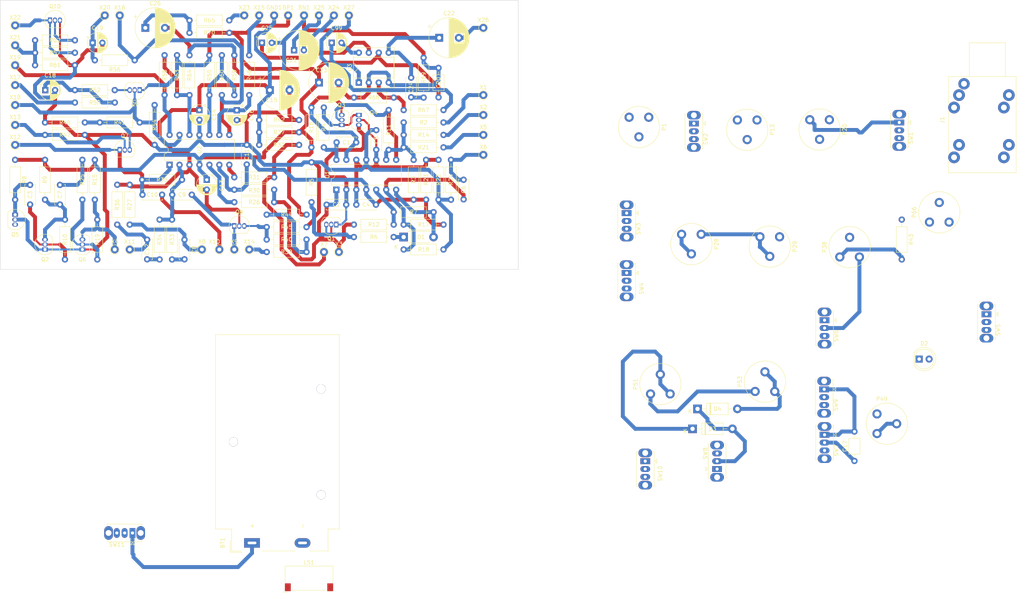
<source format=kicad_pcb>
(kicad_pcb (version 20211014) (generator pcbnew)

  (general
    (thickness 1.6)
  )

  (paper "A4")
  (layers
    (0 "F.Cu" signal)
    (31 "B.Cu" signal)
    (32 "B.Adhes" user "B.Adhesive")
    (33 "F.Adhes" user "F.Adhesive")
    (34 "B.Paste" user)
    (35 "F.Paste" user)
    (36 "B.SilkS" user "B.Silkscreen")
    (37 "F.SilkS" user "F.Silkscreen")
    (38 "B.Mask" user)
    (39 "F.Mask" user)
    (40 "Dwgs.User" user "User.Drawings")
    (41 "Cmts.User" user "User.Comments")
    (42 "Eco1.User" user "User.Eco1")
    (43 "Eco2.User" user "User.Eco2")
    (44 "Edge.Cuts" user)
    (45 "Margin" user)
    (46 "B.CrtYd" user "B.Courtyard")
    (47 "F.CrtYd" user "F.Courtyard")
    (48 "B.Fab" user)
    (49 "F.Fab" user)
  )

  (setup
    (stackup
      (layer "F.SilkS" (type "Top Silk Screen"))
      (layer "F.Paste" (type "Top Solder Paste"))
      (layer "F.Mask" (type "Top Solder Mask") (thickness 0.01))
      (layer "F.Cu" (type "copper") (thickness 0.035))
      (layer "dielectric 1" (type "core") (thickness 1.51) (material "FR4") (epsilon_r 4.5) (loss_tangent 0.02))
      (layer "B.Cu" (type "copper") (thickness 0.035))
      (layer "B.Mask" (type "Bottom Solder Mask") (thickness 0.01))
      (layer "B.Paste" (type "Bottom Solder Paste"))
      (layer "B.SilkS" (type "Bottom Silk Screen"))
      (copper_finish "None")
      (dielectric_constraints no)
    )
    (pad_to_mask_clearance 0)
    (grid_origin 93.98 83.185)
    (pcbplotparams
      (layerselection 0x00010fc_ffffffff)
      (disableapertmacros false)
      (usegerberextensions false)
      (usegerberattributes true)
      (usegerberadvancedattributes true)
      (creategerberjobfile true)
      (svguseinch false)
      (svgprecision 6)
      (excludeedgelayer true)
      (plotframeref false)
      (viasonmask false)
      (mode 1)
      (useauxorigin false)
      (hpglpennumber 1)
      (hpglpenspeed 20)
      (hpglpendiameter 15.000000)
      (dxfpolygonmode true)
      (dxfimperialunits true)
      (dxfusepcbnewfont true)
      (psnegative false)
      (psa4output false)
      (plotreference true)
      (plotvalue true)
      (plotinvisibletext false)
      (sketchpadsonfab false)
      (subtractmaskfromsilk false)
      (outputformat 1)
      (mirror false)
      (drillshape 1)
      (scaleselection 1)
      (outputdirectory "")
    )
  )

  (net 0 "")
  (net 1 "BN")
  (net 2 "Net-(C4-Pad1)")
  (net 3 "unconnected-(Q5-Pad3)")
  (net 4 "Net-(Q6-Pad2)")
  (net 5 "BP")
  (net 6 "unconnected-(P1-Pad2)")
  (net 7 "Net-(R26-Pad2)")
  (net 8 "GND")
  (net 9 "Net-(R31-Pad1)")
  (net 10 "Net-(C8-Pad2)")
  (net 11 "Net-(C12-Pad2)")
  (net 12 "unconnected-(P13-Pad2)")
  (net 13 "B")
  (net 14 "Net-(P20-Pad1)")
  (net 15 "Net-(C1-Pad1)")
  (net 16 "Net-(C1-Pad2)")
  (net 17 "Net-(BT1-Pad1)")
  (net 18 "Net-(C24-Pad2)")
  (net 19 "Net-(C17-Pad2)")
  (net 20 "Net-(C25-Pad1)")
  (net 21 "Net-(C2-Pad1)")
  (net 22 "Net-(C3-Pad1)")
  (net 23 "Net-(C3-Pad2)")
  (net 24 "Net-(C6-Pad1)")
  (net 25 "Net-(C7-Pad1)")
  (net 26 "Net-(C7-Pad2)")
  (net 27 "Net-(C9-Pad1)")
  (net 28 "Net-(C6-Pad2)")
  (net 29 "Net-(D1-Pad1)")
  (net 30 "Net-(D1-Pad2)")
  (net 31 "Net-(Q3-Pad1)")
  (net 32 "Net-(Q3-Pad2)")
  (net 33 "Net-(R11-Pad1)")
  (net 34 "Net-(R12-Pad2)")
  (net 35 "Net-(R67-Pad2)")
  (net 36 "Net-(C22-Pad1)")
  (net 37 "Net-(C99-Pad1)")
  (net 38 "Net-(C99-Pad2)")
  (net 39 "Net-(D3-Pad1)")
  (net 40 "Net-(D3-Pad2)")
  (net 41 "Net-(D4-Pad2)")
  (net 42 "Net-(Q10-Pad2)")
  (net 43 "Net-(R55-Pad2)")
  (net 44 "Net-(R58-Pad1)")
  (net 45 "Net-(R58-Pad2)")
  (net 46 "Net-(C8-Pad1)")
  (net 47 "Net-(C12-Pad1)")
  (net 48 "unconnected-(SW3-Pad2)")
  (net 49 "unconnected-(SW4-Pad1)")
  (net 50 "Net-(C11-Pad2)")
  (net 51 "Net-(C9-Pad2)")
  (net 52 "Net-(C10-Pad1)")
  (net 53 "Net-(C10-Pad2)")
  (net 54 "unconnected-(P20-Pad2)")
  (net 55 "Net-(R2-Pad1)")
  (net 56 "Net-(P28-Pad3)")
  (net 57 "Net-(R14-Pad1)")
  (net 58 "unconnected-(P29-Pad3)")
  (net 59 "Net-(R21-Pad1)")
  (net 60 "Net-(P38-Pad1)")
  (net 61 "unconnected-(P38-Pad2)")
  (net 62 "Net-(P38-Pad3)")
  (net 63 "Net-(R39-Pad1)")
  (net 64 "unconnected-(SW2-Pad2)")
  (net 65 "unconnected-(SW5-Pad1)")
  (net 66 "unconnected-(SW5-Pad2)")
  (net 67 "Net-(R39-Pad2)")
  (net 68 "Net-(C21-Pad1)")
  (net 69 "Net-(C21-Pad2)")
  (net 70 "Net-(C22-Pad2)")
  (net 71 "unconnected-(D2-Pad1)")
  (net 72 "unconnected-(D2-Pad2)")
  (net 73 "Net-(R48-Pad2)")
  (net 74 "Net-(P49-Pad1)")
  (net 75 "unconnected-(P49-Pad3)")
  (net 76 "Net-(R50-Pad1)")
  (net 77 "Net-(P51-Pad3)")
  (net 78 "Net-(R57-Pad1)")
  (net 79 "Net-(R65-Pad2)")
  (net 80 "unconnected-(P66-Pad2)")
  (net 81 "Net-(R67-Pad1)")
  (net 82 "unconnected-(SW8-Pad1)")
  (net 83 "Net-(C16-Pad1)")
  (net 84 "Net-(C18-Pad1)")
  (net 85 "Net-(C19-Pad1)")
  (net 86 "Net-(C26-Pad1)")
  (net 87 "Net-(Q1-Pad3)")
  (net 88 "Net-(Q7-Pad3)")
  (net 89 "Net-(Q10-Pad1)")
  (net 90 "Net-(Q8-Pad3)")
  (net 91 "Net-(Q9-Pad3)")
  (net 92 "RMP")
  (net 93 "WNS")
  (net 94 "A")
  (net 95 "ARG")
  (net 96 "LFO")
  (net 97 "SQR")
  (net 98 "unconnected-(SW8-Pad3)")
  (net 99 "unconnected-(SW9-Pad3)")
  (net 100 "unconnected-(SW10-Pad2)")
  (net 101 "unconnected-(J1-PadS1)")
  (net 102 "unconnected-(J1-PadSN1)")
  (net 103 "unconnected-(J1-PadT1)")
  (net 104 "unconnected-(J1-PadTN1)")
  (net 105 "Net-(C17-Pad1)")
  (net 106 "unconnected-(LS1-Pad1)")
  (net 107 "unconnected-(LS1-Pad2)")
  (net 108 "unconnected-(P1-Pad1)")
  (net 109 "unconnected-(P1-Pad3)")
  (net 110 "unconnected-(P13-Pad1)")
  (net 111 "unconnected-(P13-Pad3)")
  (net 112 "unconnected-(P66-Pad1)")
  (net 113 "unconnected-(P66-Pad3)")
  (net 114 "unconnected-(SW1-Pad2)")
  (net 115 "unconnected-(SW3-Pad1)")
  (net 116 "unconnected-(SW3-Pad3)")
  (net 117 "unconnected-(SW4-Pad2)")
  (net 118 "unconnected-(SW6-Pad1)")
  (net 119 "unconnected-(SW6-Pad3)")
  (net 120 "unconnected-(R43-Pad1)")
  (net 121 "unconnected-(SW2-Pad1)")
  (net 122 "unconnected-(SW10-Pad1)")
  (net 123 "unconnected-(BT1-Pad2)")
  (net 124 "unconnected-(J1-PadG)")
  (net 125 "unconnected-(SW11-Pad2)")
  (net 126 "unconnected-(P20-Pad3)")
  (net 127 "Net-(P28-Pad1)")

  (footprint "Button_Switch_THT:SW_Slide_1P2T_CK_OS102011MS2Q" (layer "F.Cu") (at 189.865 142.875 -90))

  (footprint "Button_Switch_THT:SW_Slide_1P2T_CK_OS102011MS2Q" (layer "F.Cu") (at 235.49 124.555 -90))

  (footprint "Capacitor_THT:C_Disc_D5.0mm_W2.5mm_P5.00mm" (layer "F.Cu") (at 116.165 61.595 180))

  (footprint "Resistor_THT:R_Axial_DIN0207_L6.3mm_D2.5mm_P10.16mm_Horizontal" (layer "F.Cu") (at 104.775 76.835 90))

  (footprint "Resistor_THT:R_Axial_DIN0207_L6.3mm_D2.5mm_P10.16mm_Horizontal" (layer "F.Cu") (at 36.83 59.69))

  (footprint "Potentiometer_THT:Potentiometer_Piher_PT-10-V05_Vertical" (layer "F.Cu") (at 248.96 135.825))

  (footprint "Resistor_THT:R_Axial_DIN0207_L6.3mm_D2.5mm_P10.16mm_Horizontal" (layer "F.Cu") (at 133.35 50.165 90))

  (footprint "TestPoint:TestPoint_THTPad_D2.0mm_Drill1.0mm" (layer "F.Cu") (at 98.82 29.21))

  (footprint "Button_Switch_THT:SW_Slide_1P2T_CK_OS102011MS2Q" (layer "F.Cu") (at 235.585 136.14 -90))

  (footprint "Resistor_THT:R_Axial_DIN0207_L6.3mm_D2.5mm_P10.16mm_Horizontal" (layer "F.Cu") (at 44.45 48.26))

  (footprint "TestPoint:TestPoint_THTPad_D2.0mm_Drill1.0mm" (layer "F.Cu") (at 29.21 57.15))

  (footprint "TestPoint:TestPoint_THTPad_D2.0mm_Drill1.0mm" (layer "F.Cu") (at 58.42 88.9))

  (footprint "Resistor_THT:R_Axial_DIN0207_L6.3mm_D2.5mm_P10.16mm_Horizontal" (layer "F.Cu") (at 138.43 53.34 180))

  (footprint "Capacitor_THT:CP_Radial_D10.0mm_P2.50mm" (layer "F.Cu") (at 100.33 38.1))

  (footprint "Capacitor_THT:CP_Radial_D5.0mm_P2.50mm" (layer "F.Cu") (at 85.725 53.404888 -90))

  (footprint "Capacitor_THT:CP_Radial_D10.0mm_P5.00mm" (layer "F.Cu") (at 94.152323 48.26))

  (footprint "TestPoint:TestPoint_THTPad_D2.0mm_Drill1.0mm" (layer "F.Cu") (at 52.07 29.21))

  (footprint "Resistor_THT:R_Axial_DIN0207_L6.3mm_D2.5mm_P10.16mm_Horizontal" (layer "F.Cu") (at 138.43 62.865 180))

  (footprint "Button_Switch_THT:SW_Slide_1P2T_CK_OS102011MS2Q" (layer "F.Cu") (at 202.2675 56.765 -90))

  (footprint "Potentiometer_THT:Potentiometer_Piher_PT-10-V05_Vertical" (layer "F.Cu") (at 196.215 125.73 90))

  (footprint "Resistor_THT:R_Axial_DIN0207_L6.3mm_D2.5mm_P10.16mm_Horizontal" (layer "F.Cu") (at 85.09 39.37 -90))

  (footprint "TestPoint:TestPoint_THTPad_D2.0mm_Drill1.0mm" (layer "F.Cu") (at 110.49 29.21))

  (footprint "Resistor_THT:R_Axial_DIN0207_L6.3mm_D2.5mm_P10.16mm_Horizontal" (layer "F.Cu") (at 71.755 71.12 180))

  (footprint "Resistor_THT:R_Axial_DIN0207_L6.3mm_D2.5mm_P10.16mm_Horizontal" (layer "F.Cu") (at 107.92 62.865 90))

  (footprint "Resistor_THT:R_Axial_DIN0207_L6.3mm_D2.5mm_P10.16mm_Horizontal" (layer "F.Cu") (at 44.45 51.435))

  (footprint "Resistor_THT:R_Axial_DIN0207_L6.3mm_D2.5mm_P10.16mm_Horizontal" (layer "F.Cu") (at 255.27 81.28 -90))

  (footprint "Resistor_THT:R_Axial_DIN0207_L6.3mm_D2.5mm_P10.16mm_Horizontal" (layer "F.Cu") (at 133.985 66.04 -90))

  (footprint "Resistor_THT:R_Axial_DIN0207_L6.3mm_D2.5mm_P10.16mm_Horizontal" (layer "F.Cu") (at 59.69 40.64 180))

  (footprint "Resistor_THT:R_Axial_DIN0207_L6.3mm_D2.5mm_P10.16mm_Horizontal" (layer "F.Cu") (at 93.345 89.535))

  (footprint "Resistor_THT:R_Axial_DIN0207_L6.3mm_D2.5mm_P10.16mm_Horizontal" (layer "F.Cu") (at 60.96 56.515 180))

  (footprint "Battery:BatteryHolder_MPD_BA9VPC_1xPP3" (layer "F.Cu") (at 89.605 163.715 90))

  (footprint "Resistor_THT:R_Axial_DIN0207_L6.3mm_D2.5mm_P10.16mm_Horizontal" (layer "F.Cu") (at 67.31 39.37 -90))

  (footprint "Resistor_THT:R_Axial_DIN0207_L6.3mm_D2.5mm_P10.16mm_Horizontal" (layer "F.Cu") (at 138.43 56.515 180))

  (footprint "Resistor_THT:R_Axial_DIN0207_L6.3mm_D2.5mm_P10.16mm_Horizontal" (layer "F.Cu") (at 104.745 52.705 -90))

  (footprint "Capacitor_THT:C_Axial_L3.8mm_D2.6mm_P7.50mm_Horizontal" (layer "F.Cu") (at 137.16 50.105 90))

  (footprint "Resistor_THT:R_Axial_DIN0207_L6.3mm_D2.5mm_P10.16mm_Horizontal" (layer "F.Cu") (at 46.355 66.04 -90))

  (footprint "Capacitor_THT:CP_Radial_D5.0mm_P2.50mm" (layer "F.Cu")
    (tedit 5AE50EF0) (tstamp 389d370d-eb5a-4385-ab54-81e96d52a7d2)
    (at 48.959888 36.195)
    (descr "CP, Radial series, Radial, pin pitch=2.50mm, , diameter=5mm, Electrolytic Capacitor")
    (tags "CP Radial series Radial pin pitch 2.50mm  diameter 5mm Electrolytic Capacitor")
    (property "Sheetfile" "mfos_noise_toaster_2.kicad_sch")
    (property "Sheetname" "mfos_noise_toaster_2")
    (path "/eeb45aed-6165-4e69-8a90-4ad53fd5c9ce/cd627a02-2287-4863-9243-db1dffdab55c")
    (attr through_hole)
    (fp_text reference "C19" (at 1.25 -3.75) (layer "F.SilkS")
      (effects (font (size 1 1) (thickness 0.15)))
      (tstamp feb0ef39-90c8-4c85-8ea4-a4e06e933f49)
    )
    (fp_text value "1uF" (at 1.25 3.75) (layer "F.Fab")
      (effects (font (size 1 1) (thickness 0.15)))
      (tstamp e7215262-c157-44e4-aa46-5dff3657c2b7)
    )
    (fp_text user "${REFERENCE}" (at 1.25 0) (layer "F.Fab")
      (effects (font (size 1 1) (thickness 0.15)))
      (tstamp c1ec3e5f-2e71-4e8f-a49a-9471ec8a8458)
    )
    (fp_line (start 3.851 -0.284) (end 3.851 0.284) (layer "F.SilkS") (width 0.12) (tstamp 0179f833-f821-4ade-acd6-4a54ab7887cb))
    (fp_line (start 3.091 -1.826) (end 3.091 -1.04) (layer "F.SilkS") (width 0.12) (tstamp 0523108d-81bd-4c84-92e8-c1c224f3f66f))
    (fp_line (start 1.81 1.04) (end 1.81 2.52) (layer "F.SilkS") (width 0.12) (tstamp 08f4f439-bafa-427d-a18b-fb01d402ad8e))
    (fp_line (start 3.811 -0.518) (end 3.811 0.518) (layer "F.SilkS") (width 0.12) (tstamp 09334f31-a65e-4679-a7d0-96d3daf69501))
    (fp_line (start 1.25 -2.58) (end 1.25 2.58) (layer "F.SilkS") (width 0.12) (tstamp 09cb59a4-cc67-4224-8a09-1d0e2413887e))
    (fp_line (start 2.931 -1.971) (end 2.931 -1.04) (layer "F.SilkS") (width 0.12) (tstamp 0a1673fa-c5a9-44a5-b084-c4083b4055e9))
    (fp_line (start 1.49 -2.569) (end 1.49 -1.04) (layer "F.SilkS") (width 0.12) (tstamp 0c168f70-d360-465f-aacd-3dea149cec97))
    (fp_line (start 1.57 1.04) (end 1.57 2.561) (layer "F.SilkS") (width 0.12) (tstamp 1634b961-1471-496b-9f31-3e7cb723fada))
    (fp_line (start -1.304775 -1.725) (end -1.304775 -1.225) (layer "F.SilkS") (width 0.12) (tstamp 191db7a2-917f-4a43-aedf-55d30d0b8c82))
    (fp_line (start 3.251 -1.653) (end 3.251 -1.04) (layer "F.SilkS") (width 0.12) (tstamp 19ea56cf-1328-43db-b8be-853aba5b0199))
    (fp_line (start 1.53 1.04) (end 1.53 2.565) (layer "F.SilkS") (width 0.12) (tstamp 1e113e3c-5a26-4cae-80b1-66f6bebf979d))
    (fp_line (start 1.49 1.04) (end 1.49 2.569) (layer "F.SilkS") (width 0.12) (tstamp 2049ac6e-3605-4ccc-a08c-89a3c6061d15))
    (fp_line (start 1.57 -2.561) (end 1.57 -1.04) (layer "F.SilkS") (width 0.12) (tstamp 220fe672-abdd-4a9d-acdc-9b02d4a07c9b))
    (fp_line (start 3.531 -1.251) (end 3.531 -1.04) (layer "F.SilkS") (width 0.12) (tstamp 2227eee5-912f-4381-8b4c-b25a247733c9))
    (fp_line (start 3.611 -1.098) (end 3.611 1.098) (layer "F.SilkS") (width 0.12) (tstamp 238d1238-5f87-4858-a871-b562006d8b7e))
    (fp_line (start 3.211 1.04) (end 3.211 1.699) (layer "F.SilkS") (width 0.12) (tstamp 23d0c7f0-4123-41e9-a423-d0a07b8c50f8))
    (fp_line (start 3.731 -0.805) (end 3.731 0.805) (layer "F.SilkS") (width 0.12) (tstamp 23f965b3-f175-4cbc-8928-15e6ce3e6910))
    (fp_line (start 3.411 1.04) (end 3.411 1.443) (layer "F.SilkS") (width 0.12) (tstamp 261690e3-f9bc-464e-8d99-325be83fb55c))
    (fp_line (start 2.051 -2.455) (end 2.051 -1.04) (layer "F.SilkS") (width 0.12) (tstamp 2655fb38-c49f-494d-a80f-10fdf7caafc5))
    (fp_line (start 2.331 1.04) (end 2.331 2.348) (layer "F.SilkS") (width 0.12) (tstamp 29ef15b8-7626-4916-b4d9-262f978f3acf))
    (fp_line (start 3.451 -1.383) (end 3.451 -1.04) (layer "F.SilkS") (width 0.12) (tstamp 2a9b5094-24c5-44ce-bd25-570a0e698615))
    (fp_line (start 3.371 1.04) (end 3.371 1.5) (layer "F.SilkS") (width 0.12) (tstamp 330765fe-a7ed-4706-a8c1-d97be28f1f1e))
    (fp_line (start 2.491 1.04) (end 2.491 2.268) (layer "F.SilkS") (width 0.12) (tstamp 330e2484-6e5a-46b0-b839-9268c034b3d0))
    (fp_line (start 2.851 1.04) (end 2.851 2.035) (layer "F.SilkS") (width 0.12) (tstamp 3772ce99-0c67-4db9-967a-9ceaab168f86))
    (fp_line (start 2.051 1.04) (end 2.051 2.455) (layer "F.SilkS") (width 0.12) (tstamp 38da5910-2a7c-462d-a50f-7768d3f8edd1))
    (fp_line (start 2.091 -2.442) (end 2.091 -1.04) (layer "F.SilkS") (width 0.12) (tstamp 3e91c93c-8779-4951-8320-4ca0e00565af))
    (fp_line (start 1.37 -2.578) (end 1.37 2.578) (layer "F.SilkS") (width 0.12) (tstamp 417d7965-957a-4c97-aed5-2c9d4db0363f))
    (fp_line (start 2.731 -2.122) (end 2.731 -1.04) (layer "F.SilkS") (width 0.12) (tstamp 4368b3e9-2d95-4359-b1fe-ac1f663bcd3d))
    (fp_line (start 2.411 -2.31) (end 2.411 -1.04) (layer "F.SilkS") (width 0.12) (tstamp 46039910-582d-4e80-be2a-958f5cb3a526))
    (fp_line (start 3.531 1.04) (end 3.531 1.251) (layer "F.SilkS") (width 0.12) (tstamp 465b9252-f87c-41d9-b811-c2f551e98a11))
    (fp_line (start 2.651 1.04) (end 2.651 2.175) (layer "F.SilkS") (width 0.12) (tstamp 4aa304d5-0d60-4ea0-996b-09da93a1453d))
    (fp_line (start 2.811 -2.065) (end 2.811 -1.04) (layer "F.SilkS") (width 0.12) (tstamp 4ccee7fb-3cd3-484e-8d41-1b0a9eab4881))
    (fp_line (start 2.851 -2.035) (end 2.851 -1.04) (layer "F.SilkS") (width 0.12) (tstamp 4d747d05-6d6
... [661633 chars truncated]
</source>
